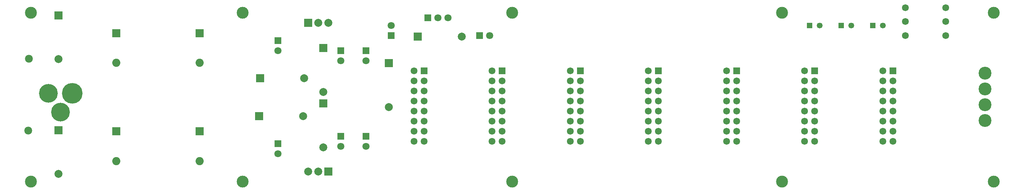
<source format=gts>
G04 DipTrace 3.0.0.1*
G04 moraydular_powerbus_powered_skiff.GTS*
%MOMM*%
G04 #@! TF.FileFunction,Soldermask,Top*
G04 #@! TF.Part,Single*
%ADD18C,1.8*%
%ADD33R,1.8X1.8*%
%ADD34C,1.8*%
%ADD42C,3.0*%
%ADD53C,1.978*%
%ADD55C,2.05*%
%ADD57R,2.05X2.05*%
%ADD59C,5.2038*%
%ADD61C,4.7212*%
%ADD63C,1.724*%
%ADD65C,3.248*%
%ADD67C,2.0*%
%ADD68R,2.0X2.0*%
%ADD72R,1.47X1.47*%
%ADD74C,1.47*%
%ADD76R,1.724X1.724*%
%ADD78C,1.724*%
%FSLAX35Y35*%
G04*
G71*
G90*
G75*
G01*
G04 TopMask*
%LPD*%
D78*
X13223751Y3921001D3*
Y3667001D3*
Y3413001D3*
Y3159001D3*
Y2905001D3*
Y2651001D3*
Y2397001D3*
X12969751D3*
Y2651001D3*
Y2905001D3*
Y3159001D3*
Y3413001D3*
Y3667001D3*
Y3921001D3*
Y4175001D3*
D76*
X13223751D3*
D78*
X21097751Y3921001D3*
Y3667001D3*
Y3413001D3*
Y3159001D3*
Y2905001D3*
Y2651001D3*
Y2397001D3*
X20843751D3*
Y2651001D3*
Y2905001D3*
Y3159001D3*
Y3413001D3*
Y3667001D3*
Y3921001D3*
Y4175001D3*
D76*
X21097751D3*
D78*
X19129251Y3921001D3*
Y3667001D3*
Y3413001D3*
Y3159001D3*
Y2905001D3*
Y2651001D3*
Y2397001D3*
X18875251D3*
Y2651001D3*
Y2905001D3*
Y3159001D3*
Y3413001D3*
Y3667001D3*
Y3921001D3*
Y4175001D3*
D76*
X19129251D3*
D78*
X17160751Y3921001D3*
Y3667001D3*
Y3413001D3*
Y3159001D3*
Y2905001D3*
Y2651001D3*
Y2397001D3*
X16906751D3*
Y2651001D3*
Y2905001D3*
Y3159001D3*
Y3413001D3*
Y3667001D3*
Y3921001D3*
Y4175001D3*
D76*
X17160751D3*
D78*
X15192251Y3921001D3*
Y3667001D3*
Y3413001D3*
Y3159001D3*
Y2905001D3*
Y2651001D3*
Y2397001D3*
X14938251D3*
Y2651001D3*
Y2905001D3*
Y3159001D3*
Y3413001D3*
Y3667001D3*
Y3921001D3*
Y4175001D3*
D76*
X15192251D3*
D74*
X21224751Y5318001D3*
D72*
X20970751D3*
D74*
X22018501D3*
D72*
X21764501D3*
D74*
X22812251D3*
D72*
X22558251D3*
D42*
X25606251Y5635501D3*
Y1381001D3*
X1349251Y5635501D3*
Y1381001D3*
D78*
X23066251Y3921001D3*
Y3667001D3*
Y3413001D3*
Y3159001D3*
Y2905001D3*
Y2651001D3*
Y2397001D3*
X22812251D3*
Y2651001D3*
Y2905001D3*
Y3159001D3*
Y3413001D3*
Y3667001D3*
Y3921001D3*
Y4175001D3*
D76*
X23066251D3*
D42*
X20272251Y1381001D3*
Y5635501D3*
D33*
X11350501Y5508501D3*
D34*
X11604501D3*
X11858501D3*
D18*
X12906251Y5064001D3*
D33*
X12652251D3*
X10429751D3*
D18*
Y5318001D3*
D68*
X11096501Y5032251D3*
D67*
X12201501D3*
D65*
X25384001Y4111501D3*
Y3715261D3*
Y3319021D3*
Y2922781D3*
D68*
X10366251Y4365501D3*
D67*
Y3260501D3*
D78*
X23383751Y5762501D3*
D63*
X24399751D3*
D78*
X23383751Y5413251D3*
D63*
X24399751D3*
D78*
X23383751Y5064001D3*
D63*
X24399751D3*
D78*
X11255251Y3921001D3*
Y3667001D3*
Y3413001D3*
Y3159001D3*
Y2905001D3*
Y2651001D3*
Y2397001D3*
X11001251D3*
Y2651001D3*
Y2905001D3*
Y3159001D3*
Y3413001D3*
Y3667001D3*
Y3921001D3*
Y4175001D3*
D76*
X11255251D3*
D42*
X13477751Y1381001D3*
Y5635501D3*
X6683251Y1381001D3*
Y5635501D3*
D61*
X1793751Y3603501D3*
D59*
X2393751D3*
D61*
X2093751Y3133501D3*
D68*
X8334251Y5381501D3*
D67*
X8842251D3*
X8588251D3*
D68*
X8842251Y1635001D3*
D67*
X8334251D3*
X8588251D3*
D68*
X2047751Y5572001D3*
D67*
Y4467001D3*
D68*
Y2676501D3*
D67*
Y1571501D3*
D68*
X7127751Y3984501D3*
D67*
X8232751D3*
D68*
X7102251Y3032001D3*
D67*
X8207251D3*
D33*
X9794751Y4683001D3*
D18*
Y4429001D3*
D33*
Y2524001D3*
D18*
Y2270001D3*
D57*
X3502251Y5121501D3*
D55*
Y4371501D3*
D57*
Y2645001D3*
D55*
Y1895001D3*
D57*
X5597751Y5121501D3*
D55*
Y4371501D3*
D57*
Y2645001D3*
D55*
Y1895001D3*
D68*
X8715251Y4746501D3*
D67*
Y3641501D3*
D68*
Y3349501D3*
D67*
Y2244501D3*
D18*
X9159751Y2270001D3*
D33*
Y2524001D3*
D18*
Y4429001D3*
D33*
Y4683001D3*
D18*
X7572251Y2079501D3*
D33*
Y2333501D3*
D18*
Y4683001D3*
D33*
Y4937001D3*
D53*
X1285104Y2666897D3*
X1300981Y4476837D3*
M02*

</source>
